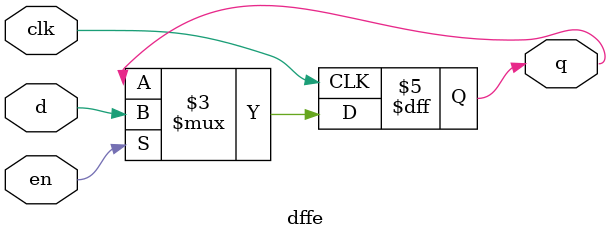
<source format=v>
module dff
    ( input d, clk, output reg q );
    initial begin
      q = 0;
    end
	always @( posedge clk )
            q <= d;
endmodule

module dffe
    ( input d, clk, en, output reg q );
    initial begin
      q = 0;
    end
	always @( posedge clk)
		if ( en )
			q <= d;
endmodule

</source>
